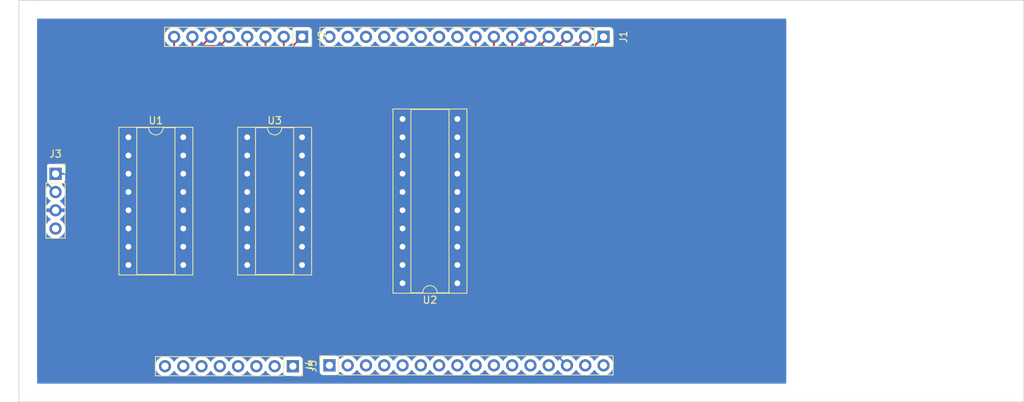
<source format=kicad_pcb>
(kicad_pcb (version 20211014) (generator pcbnew)
  (layers (0 "F.Cu" signal) (1 "In1.Cu" signal) (2 "In2.Cu" signal) (31 "B.Cu" signal) (34 "B.Paste" user) (35 "F.Paste" user) (36 "B.SilkS" user "B.Silkscreen") (37 "F.SilkS" user "F.Silkscreen") (38 "B.Mask" user) (39 "F.Mask" user) (44 "Edge.Cuts" user))
  (net 0 "")
  (net 1 "D0")
  (net 2 "A0")
  (net 3 "A1")
  (net 4 "A2")
  (net 5 "A3")
  (net 6 "A4")
  (net 7 "A5")
  (net 8 "A6")
  (net 9 "A7")
  (net 10 "A8")
  (net 11 "A9")
  (net 12 "A10")
  (net 13 "A11")
  (net 14 "A12")
  (net 15 "A13")
  (net 16 "A14")
  (net 17 "A15")
  (net 18 "~{CO}")
  (net 19 "CLK")
  (net 20 "GND")
  (net 21 "+5V")
  (net 22 "D1")
  (net 23 "D2")
  (net 24 "D3")
  (net 25 "D4")
  (net 26 "D5")
  (net 27 "D6")
  (net 28 "D7")
  (net 29 "RST")
  (net 30 "/X")
  (net 31 "/OI")
  (net 32 "/MW")
  (net 33 "/HLT")
  (net 34 "/CLR")
  (net 35 "/~{II}")
  (net 36 "/Im")
  (net 37 "/ΣO")
  (net 38 "/~{ΣI}")
  (net 39 "/RO")
  (net 40 "/RI")
  (net 41 "/~{MO}")
  (net 42 "/MI")
  (net 43 "/CE")
  (net 44 "/~{CI}")
  (net 45 "~{CIL}")
  (net 46 "Net-(U1-Pad10)")
  (net 47 "Net-(U1-Pad11)")
  (net 48 "Net-(U1-Pad12)")
  (net 49 "Net-(U1-Pad13)")
  (net 50 "Net-(U1-Pad14)")
  (net 52 "Net-(U2-Pad11)")
  (net 53 "Net-(U2-Pad12)")
  (net 54 "Net-(U2-Pad13)")
  (net 55 "Net-(U2-Pad14)")
  (footprint "Connector_PinSocket_2.54mm:PinSocket_1x04_P2.54mm_Vertical" (layer "F.Cu") (at 67.335 72.4)
    (fp_text reference "J3" (at 0 -2.77) (layer "F.SilkS"))
    (fp_text value "Conn_01x03_Female")
    (fp_line (start 1.33 -1.33) (end 1.33 0) (layer "F.SilkS") (width 0.12))
    (fp_line (start -1.33 1.27) (end 1.33 1.27) (layer "F.SilkS") (width 0.12))
    (fp_line (start 0 -1.33) (end 1.33 -1.33) (layer "F.SilkS") (width 0.12))
    (fp_line (start -1.33 8.95) (end 1.33 8.95) (layer "F.SilkS") (width 0.12))
    (fp_line (start -1.33 1.27) (end -1.33 8.95) (layer "F.SilkS") (width 0.12))
    (fp_line (start 1.33 1.27) (end 1.33 8.95) (layer "F.SilkS") (width 0.12))
    (pad "1" thru_hole rect (at 0 0) (size 1.7 1.7) (drill 1) (layers *.Cu *.Mask) (net 19 "CLK"))
    (pad "2" thru_hole oval (at 0 2.54) (size 1.7 1.7) (drill 1) (layers *.Cu *.Mask) (net 29 "RST"))
    (pad "3" thru_hole oval (at 0 5.08) (size 1.7 1.7) (drill 1) (layers *.Cu *.Mask) (net 20 "GND"))
    (pad "4" thru_hole oval (at 0 7.62) (size 1.7 1.7) (drill 1) (layers *.Cu *.Mask) (net 21 "+5V"))
  )
  (footprint "Connector_PinSocket_2.54mm:PinSocket_1x08_P2.54mm_Vertical" (layer "F.Cu") (at 100.33 99.18 -90)
    (fp_text reference "J5" (at 0 -2.77 90) (layer "F.SilkS"))
    (fp_text value "INST_REG")
    (fp_line (start -1.33 1.27) (end -1.33 19.11) (layer "F.SilkS") (width 0.12))
    (fp_line (start -1.33 1.27) (end 1.33 1.27) (layer "F.SilkS") (width 0.12))
    (fp_line (start -1.33 19.11) (end 1.33 19.11) (layer "F.SilkS") (width 0.12))
    (fp_line (start 1.33 -1.33) (end 1.33 0) (layer "F.SilkS") (width 0.12))
    (fp_line (start 0 -1.33) (end 1.33 -1.33) (layer "F.SilkS") (width 0.12))
    (fp_line (start 1.33 1.27) (end 1.33 19.11) (layer "F.SilkS") (width 0.12))
    (pad "1" thru_hole rect (at 0 0 270) (size 1.7 1.7) (drill 1) (layers *.Mask "F.Cu" "In1.Cu" "In2.Cu" "B.Cu"))
    (pad "2" thru_hole oval (at 0 2.54 270) (size 1.7 1.7) (drill 1) (layers *.Mask "F.Cu" "In1.Cu" "In2.Cu" "B.Cu"))
    (pad "3" thru_hole oval (at 0 5.08 270) (size 1.7 1.7) (drill 1) (layers *.Mask "F.Cu" "In1.Cu" "In2.Cu" "B.Cu"))
    (pad "4" thru_hole oval (at 0 7.62 270) (size 1.7 1.7) (drill 1) (layers *.Mask "F.Cu" "In1.Cu" "In2.Cu" "B.Cu"))
    (pad "5" thru_hole oval (at 0 10.16 270) (size 1.7 1.7) (drill 1) (layers *.Mask "F.Cu" "In1.Cu" "In2.Cu" "B.Cu"))
    (pad "6" thru_hole oval (at 0 12.7 270) (size 1.7 1.7) (drill 1) (layers *.Mask "F.Cu" "In1.Cu" "In2.Cu" "B.Cu"))
    (pad "7" thru_hole oval (at 0 15.24 270) (size 1.7 1.7) (drill 1) (layers *.Mask "F.Cu" "In1.Cu" "In2.Cu" "B.Cu"))
    (pad "8" thru_hole oval (at 0 17.78 270) (size 1.7 1.7) (drill 1) (layers *.Mask "F.Cu" "In1.Cu" "In2.Cu" "B.Cu"))
  )
  (footprint "Connector_PinSocket_2.54mm:PinSocket_1x16_P2.54mm_Vertical" (layer "F.Cu") (at 143.51 53.34 -90)
    (fp_text reference "J1" (at 0 -2.77 90) (layer "F.SilkS"))
    (fp_text value "ADDR_BUS")
    (fp_line (start -1.33 1.27) (end 1.33 1.27) (layer "F.SilkS") (width 0.12))
    (fp_line (start 1.33 1.27) (end 1.33 39.43) (layer "F.SilkS") (width 0.12))
    (fp_line (start -1.33 39.43) (end 1.33 39.43) (layer "F.SilkS") (width 0.12))
    (fp_line (start 1.33 -1.33) (end 1.33 0) (layer "F.SilkS") (width 0.12))
    (fp_line (start 0 -1.33) (end 1.33 -1.33) (layer "F.SilkS") (width 0.12))
    (fp_line (start -1.33 1.27) (end -1.33 39.43) (layer "F.SilkS") (width 0.12))
    (pad "1" thru_hole rect (at 0 0 270) (size 1.7 1.7) (drill 1) (layers *.Mask "F.Cu" "In1.Cu" "In2.Cu" "B.Cu") (net 2 "A0"))
    (pad "2" thru_hole oval (at 0 2.54 270) (size 1.7 1.7) (drill 1) (layers *.Mask "F.Cu" "In1.Cu" "In2.Cu" "B.Cu") (net 3 "A1"))
    (pad "3" thru_hole oval (at 0 5.08 270) (size 1.7 1.7) (drill 1) (layers *.Mask "F.Cu" "In1.Cu" "In2.Cu" "B.Cu") (net 4 "A2"))
    (pad "4" thru_hole oval (at 0 7.62 270) (size 1.7 1.7) (drill 1) (layers *.Mask "F.Cu" "In1.Cu" "In2.Cu" "B.Cu") (net 5 "A3"))
    (pad "5" thru_hole oval (at 0 10.16 270) (size 1.7 1.7) (drill 1) (layers *.Mask "F.Cu" "In1.Cu" "In2.Cu" "B.Cu") (net 6 "A4"))
    (pad "6" thru_hole oval (at 0 12.7 270) (size 1.7 1.7) (drill 1) (layers *.Mask "F.Cu" "In1.Cu" "In2.Cu" "B.Cu") (net 7 "A5"))
    (pad "7" thru_hole oval (at 0 15.24 270) (size 1.7 1.7) (drill 1) (layers *.Mask "F.Cu" "In1.Cu" "In2.Cu" "B.Cu") (net 8 "A6"))
    (pad "8" thru_hole oval (at 0 17.78 270) (size 1.7 1.7) (drill 1) (layers *.Mask "F.Cu" "In1.Cu" "In2.Cu" "B.Cu") (net 9 "A7"))
    (pad "9" thru_hole oval (at 0 20.32 270) (size 1.7 1.7) (drill 1) (layers *.Mask "F.Cu" "In1.Cu" "In2.Cu" "B.Cu") (net 10 "A8"))
    (pad "10" thru_hole oval (at 0 22.86 270) (size 1.7 1.7) (drill 1) (layers *.Mask "F.Cu" "In1.Cu" "In2.Cu" "B.Cu") (net 11 "A9"))
    (pad "11" thru_hole oval (at 0 25.4 270) (size 1.7 1.7) (drill 1) (layers *.Mask "F.Cu" "In1.Cu" "In2.Cu" "B.Cu") (net 12 "A10"))
    (pad "12" thru_hole oval (at 0 27.94 270) (size 1.7 1.7) (drill 1) (layers *.Mask "F.Cu" "In1.Cu" "In2.Cu" "B.Cu") (net 13 "A11"))
    (pad "13" thru_hole oval (at 0 30.48 270) (size 1.7 1.7) (drill 1) (layers *.Mask "F.Cu" "In1.Cu" "In2.Cu" "B.Cu") (net 14 "A12"))
    (pad "14" thru_hole oval (at 0 33.02 270) (size 1.7 1.7) (drill 1) (layers *.Mask "F.Cu" "In1.Cu" "In2.Cu" "B.Cu") (net 15 "A13"))
    (pad "15" thru_hole oval (at 0 35.56 270) (size 1.7 1.7) (drill 1) (layers *.Mask "F.Cu" "In1.Cu" "In2.Cu" "B.Cu") (net 16 "A14"))
    (pad "16" thru_hole oval (at 0 38.1 270) (size 1.7 1.7) (drill 1) (layers *.Mask "F.Cu" "In1.Cu" "In2.Cu" "B.Cu") (net 17 "A15"))
  )
  (footprint "Package_DIP:DIP-16_W7.62mm_Socket" (layer "F.Cu") (at 93.98 67.31)
    (fp_text reference "U3" (at 3.81 -2.33) (layer "F.SilkS"))
    (fp_text value "74HC161")
    (fp_line (start 8.95 19.17) (end 8.95 -1.39) (layer "F.SilkS") (width 0.12))
    (fp_line (start -1.33 19.17) (end 8.95 19.17) (layer "F.SilkS") (width 0.12))
    (fp_line (start 6.46 19.11) (end 6.46 -1.33) (layer "F.SilkS") (width 0.12))
    (fp_line (start 1.16 19.11) (end 6.46 19.11) (layer "F.SilkS") (width 0.12))
    (fp_line (start -1.33 -1.39) (end -1.33 19.17) (layer "F.SilkS") (width 0.12))
    (fp_line (start 8.95 -1.39) (end -1.33 -1.39) (layer "F.SilkS") (width 0.12))
    (fp_line (start 1.16 -1.33) (end 1.16 19.11) (layer "F.SilkS") (width 0.12))
    (fp_line (start 2.81 -1.33) (end 1.16 -1.33) (layer "F.SilkS") (width 0.12))
    (fp_line (start 6.46 -1.33) (end 4.81 -1.33) (layer "F.SilkS") (width 0.12))
    (fp_arc (start 4.81 -1.33) (mid 3.81 -0.33) (end 2.81 -1.33) (layer "F.SilkS") (width 0.12))
    (pad "1" thru_hole rect (at 0 0) (size 1.6 1.6) (drill 0.8) (layers *.Cu *.Mask) (net 29 "RST"))
    (pad "2" thru_hole oval (at 0 2.54) (size 1.6 1.6) (drill 0.8) (layers *.Cu *.Mask) (net 19 "CLK"))
    (pad "3" thru_hole oval (at 0 5.08) (size 1.6 1.6) (drill 0.8) (layers *.Cu *.Mask) (net 1 "D0"))
    (pad "4" thru_hole oval (at 0 7.62) (size 1.6 1.6) (drill 0.8) (layers *.Cu *.Mask) (net 22 "D1"))
    (pad "5" thru_hole oval (at 0 10.16) (size 1.6 1.6) (drill 0.8) (layers *.Cu *.Mask) (net 23 "D2"))
    (pad "6" thru_hole oval (at 0 12.7) (size 1.6 1.6) (drill 0.8) (layers *.Cu *.Mask) (net 24 "D3"))
    (pad "7" thru_hole oval (at 0 15.24) (size 1.6 1.6) (drill 0.8) (layers *.Cu *.Mask) (net 21 "+5V"))
    (pad "8" thru_hole oval (at 0 17.78) (size 1.6 1.6) (drill 0.8) (layers *.Cu *.Mask) (net 20 "GND"))
    (pad "9" thru_hole oval (at 7.62 17.78) (size 1.6 1.6) (drill 0.8) (layers *.Cu *.Mask) (net 45 "~{CIL}"))
    (pad "10" thru_hole oval (at 7.62 15.24) (size 1.6 1.6) (drill 0.8) (layers *.Cu *.Mask) (net 21 "+5V"))
    (pad "11" thru_hole oval (at 7.62 12.7) (size 1.6 1.6) (drill 0.8) (layers *.Cu *.Mask) (net 55 "Net-(U2-Pad14)"))
    (pad "12" thru_hole oval (at 7.62 10.16) (size 1.6 1.6) (drill 0.8) (layers *.Cu *.Mask) (net 54 "Net-(U2-Pad13)"))
    (pad "13" thru_hole oval (at 7.62 7.62) (size 1.6 1.6) (drill 0.8) (layers *.Cu *.Mask) (net 53 "Net-(U2-Pad12)"))
    (pad "14" thru_hole oval (at 7.62 5.08) (size 1.6 1.6) (drill 0.8) (layers *.Cu *.Mask) (net 52 "Net-(U2-Pad11)"))
    (pad "15" thru_hole oval (at 7.62 2.54) (size 1.6 1.6) (drill 0.8) (layers *.Cu *.Mask) (net 46 "Net-(U1-Pad10)"))
    (pad "16" thru_hole oval (at 7.62 0) (size 1.6 1.6) (drill 0.8) (layers *.Cu *.Mask) (net 21 "+5V"))
  )
  (footprint "Package_DIP:DIP-20_W7.62mm_Socket" (layer "F.Cu") (at 123.19 87.63 180)
    (fp_text reference "U2" (at 3.81 -2.33) (layer "F.SilkS"))
    (fp_text value "74HC245")
    (fp_line (start 6.46 24.19) (end 6.46 -1.33) (layer "F.SilkS") (width 0.12))
    (fp_line (start -1.33 24.25) (end 8.95 24.25) (layer "F.SilkS") (width 0.12))
    (fp_line (start 1.16 -1.33) (end 1.16 24.19) (layer "F.SilkS") (width 0.12))
    (fp_line (start 2.81 -1.33) (end 1.16 -1.33) (layer "F.SilkS") (width 0.12))
    (fp_line (start 8.95 24.25) (end 8.95 -1.39) (layer "F.SilkS") (width 0.12))
    (fp_line (start 1.16 24.19) (end 6.46 24.19) (layer "F.SilkS") (width 0.12))
    (fp_line (start 6.46 -1.33) (end 4.81 -1.33) (layer "F.SilkS") (width 0.12))
    (fp_line (start -1.33 -1.39) (end -1.33 24.25) (layer "F.SilkS") (width 0.12))
    (fp_line (start 8.95 -1.39) (end -1.33 -1.39) (layer "F.SilkS") (width 0.12))
    (fp_arc (start 4.81 -1.33) (mid 3.81 -0.33) (end 2.81 -1.33) (layer "F.SilkS") (width 0.12))
    (pad "1" thru_hole rect (at 0 0 180) (size 1.6 1.6) (drill 0.8) (layers *.Cu *.Mask) (net 20 "GND"))
    (pad "2" thru_hole oval (at 0 2.54 180) (size 1.6 1.6) (drill 0.8) (layers *.Cu *.Mask) (net 9 "A7"))
    (pad "3" thru_hole oval (at 0 5.08 180) (size 1.6 1.6) (drill 0.8) (layers *.Cu *.Mask) (net 8 "A6"))
    (pad "4" thru_hole oval (at 0 7.62 180) (size 1.6 1.6) (drill 0.8) (layers *.Cu *.Mask) (net 7 "A5"))
    (pad "5" thru_hole oval (at 0 10.16 180) (size 1.6 1.6) (drill 0.8) (layers *.Cu *.Mask) (net 6 "A4"))
    (pad "6" thru_hole oval (at 0 12.7 180) (size 1.6 1.6) (drill 0.8) (layers *.Cu *.Mask) (net 5 "A3"))
    (pad "7" thru_hole oval (at 0 15.24 180) (size 1.6 1.6) (drill 0.8) (layers *.Cu *.Mask) (net 4 "A2"))
    (pad "8" thru_hole oval (at 0 17.78 180) (size 1.6 1.6) (drill 0.8) (layers *.Cu *.Mask) (net 3 "A1"))
    (pad "9" thru_hole oval (at 0 20.32 180) (size 1.6 1.6) (drill 0.8) (layers *.Cu *.Mask) (net 2 "A0"))
    (pad "10" thru_hole oval (at 0 22.86 180) (size 1.6 1.6) (drill 0.8) (layers *.Cu *.Mask) (net 20 "GND"))
    (pad "11" thru_hole oval (at 7.62 22.86 180) (size 1.6 1.6) (drill 0.8) (layers *.Cu *.Mask) (net 52 "Net-(U2-Pad11)"))
    (pad "12" thru_hole oval (at 7.62 20.32 180) (size 1.6 1.6) (drill 0.8) (layers *.Cu *.Mask) (net 53 "Net-(U2-Pad12)"))
    (pad "13" thru_hole oval (at 7.62 17.78 180) (size 1.6 1.6) (drill 0.8) (layers *.Cu *.Mask) (net 54 "Net-(U2-Pad13)"))
    (pad "14" thru_hole oval (at 7.62 15.24 180) (size 1.6 1.6) (drill 0.8) (layers *.Cu *.Mask) (net 55 "Net-(U2-Pad14)"))
    (pad "15" thru_hole oval (at 7.62 12.7 180) (size 1.6 1.6) (drill 0.8) (layers *.Cu *.Mask) (net 50 "Net-(U1-Pad14)"))
    (pad "16" thru_hole oval (at 7.62 10.16 180) (size 1.6 1.6) (drill 0.8) (layers *.Cu *.Mask) (net 49 "Net-(U1-Pad13)"))
    (pad "17" thru_hole oval (at 7.62 7.62 180) (size 1.6 1.6) (drill 0.8) (layers *.Cu *.Mask) (net 48 "Net-(U1-Pad12)"))
    (pad "18" thru_hole oval (at 7.62 5.08 180) (size 1.6 1.6) (drill 0.8) (layers *.Cu *.Mask) (net 47 "Net-(U1-Pad11)"))
    (pad "19" thru_hole oval (at 7.62 2.54 180) (size 1.6 1.6) (drill 0.8) (layers *.Cu *.Mask) (net 18 "~{CO}"))
    (pad "20" thru_hole oval (at 7.62 0 180) (size 1.6 1.6) (drill 0.8) (layers *.Cu *.Mask) (net 21 "+5V"))
  )
  (footprint "Package_DIP:DIP-16_W7.62mm_Socket" (layer "F.Cu") (at 77.47 67.31)
    (fp_text reference "U1" (at 3.81 -2.33) (layer "F.SilkS"))
    (fp_text value "74HC161")
    (fp_line (start 6.46 -1.33) (end 4.81 -1.33) (layer "F.SilkS") (width 0.12))
    (fp_line (start 8.95 19.17) (end 8.95 -1.39) (layer "F.SilkS") (width 0.12))
    (fp_line (start 8.95 -1.39) (end -1.33 -1.39) (layer "F.SilkS") (width 0.12))
    (fp_line (start 1.16 19.11) (end 6.46 19.11) (layer "F.SilkS") (width 0.12))
    (fp_line (start -1.33 19.17) (end 8.95 19.17) (layer "F.SilkS") (width 0.12))
    (fp_line (start 6.46 19.11) (end 6.46 -1.33) (layer "F.SilkS") (width 0.12))
    (fp_line (start 2.81 -1.33) (end 1.16 -1.33) (layer "F.SilkS") (width 0.12))
    (fp_line (start -1.33 -1.39) (end -1.33 19.17) (layer "F.SilkS") (width 0.12))
    (fp_line (start 1.16 -1.33) (end 1.16 19.11) (layer "F.SilkS") (width 0.12))
    (fp_arc (start 4.81 -1.33) (mid 3.81 -0.33) (end 2.81 -1.33) (layer "F.SilkS") (width 0.12))
    (pad "1" thru_hole rect (at 0 0) (size 1.6 1.6) (drill 0.8) (layers *.Cu *.Mask) (net 29 "RST"))
    (pad "2" thru_hole oval (at 0 2.54) (size 1.6 1.6) (drill 0.8) (layers *.Cu *.Mask) (net 19 "CLK"))
    (pad "3" thru_hole oval (at 0 5.08) (size 1.6 1.6) (drill 0.8) (layers *.Cu *.Mask) (net 25 "D4"))
    (pad "4" thru_hole oval (at 0 7.62) (size 1.6 1.6) (drill 0.8) (layers *.Cu *.Mask) (net 26 "D5"))
    (pad "5" thru_hole oval (at 0 10.16) (size 1.6 1.6) (drill 0.8) (layers *.Cu *.Mask) (net 27 "D6"))
    (pad "6" thru_hole oval (at 0 12.7) (size 1.6 1.6) (drill 0.8) (layers *.Cu *.Mask) (net 28 "D7"))
    (pad "7" thru_hole oval (at 0 15.24) (size 1.6 1.6) (drill 0.8) (layers *.Cu *.Mask) (net 21 "+5V"))
    (pad "8" thru_hole oval (at 0 17.78) (size 1.6 1.6) (drill 0.8) (layers *.Cu *.Mask) (net 20 "GND"))
    (pad "9" thru_hole oval (at 7.62 17.78) (size 1.6 1.6) (drill 0.8) (layers *.Cu *.Mask) (net 45 "~{CIL}"))
    (pad "10" thru_hole oval (at 7.62 15.24) (size 1.6 1.6) (drill 0.8) (layers *.Cu *.Mask) (net 46 "Net-(U1-Pad10)"))
    (pad "11" thru_hole oval (at 7.62 12.7) (size 1.6 1.6) (drill 0.8) (layers *.Cu *.Mask) (net 47 "Net-(U1-Pad11)"))
    (pad "12" thru_hole oval (at 7.62 10.16) (size 1.6 1.6) (drill 0.8) (layers *.Cu *.Mask) (net 48 "Net-(U1-Pad12)"))
    (pad "13" thru_hole oval (at 7.62 7.62) (size 1.6 1.6) (drill 0.8) (layers *.Cu *.Mask) (net 49 "Net-(U1-Pad13)"))
    (pad "14" thru_hole oval (at 7.62 5.08) (size 1.6 1.6) (drill 0.8) (layers *.Cu *.Mask) (net 50 "Net-(U1-Pad14)"))
    (pad "15" thru_hole oval (at 7.62 2.54) (size 1.6 1.6) (drill 0.8) (layers *.Cu *.Mask))
    (pad "16" thru_hole oval (at 7.62 0) (size 1.6 1.6) (drill 0.8) (layers *.Cu *.Mask) (net 21 "+5V"))
  )
  (footprint "Connector_PinSocket_2.54mm:PinSocket_1x08_P2.54mm_Vertical" (layer "F.Cu") (at 101.6 53.34 -90)
    (fp_text reference "J2" (at 0 -2.77 90) (layer "F.SilkS"))
    (fp_text value "DATA_BUS")
    (fp_line (start -1.33 1.27) (end 1.33 1.27) (layer "F.SilkS") (width 0.12))
    (fp_line (start -1.33 19.11) (end 1.33 19.11) (layer "F.SilkS") (width 0.12))
    (fp_line (start -1.33 1.27) (end -1.33 19.11) (layer "F.SilkS") (width 0.12))
    (fp_line (start 0 -1.33) (end 1.33 -1.33) (layer "F.SilkS") (width 0.12))
    (fp_line (start 1.33 -1.33) (end 1.33 0) (layer "F.SilkS") (width 0.12))
    (fp_line (start 1.33 1.27) (end 1.33 19.11) (layer "F.SilkS") (width 0.12))
    (pad "1" thru_hole rect (at 0 0 270) (size 1.7 1.7) (drill 1) (layers *.Cu *.Mask) (net 1 "D0"))
    (pad "2" thru_hole oval (at 0 2.54 270) (size 1.7 1.7) (drill 1) (layers *.Cu *.Mask) (net 22 "D1"))
    (pad "3" thru_hole oval (at 0 5.08 270) (size 1.7 1.7) (drill 1) (layers *.Cu *.Mask) (net 23 "D2"))
    (pad "4" thru_hole oval (at 0 7.62 270) (size 1.7 1.7) (drill 1) (layers *.Cu *.Mask) (net 24 "D3"))
    (pad "5" thru_hole oval (at 0 10.16 270) (size 1.7 1.7) (drill 1) (layers *.Cu *.Mask) (net 25 "D4"))
    (pad "6" thru_hole oval (at 0 12.7 270) (size 1.7 1.7) (drill 1) (layers *.Cu *.Mask) (net 26 "D5"))
    (pad "7" thru_hole oval (at 0 15.24 270) (size 1.7 1.7) (drill 1) (layers *.Cu *.Mask) (net 27 "D6"))
    (pad "8" thru_hole oval (at 0 17.78 270) (size 1.7 1.7) (drill 1) (layers *.Cu *.Mask) (net 28 "D7"))
  )
  (footprint "Connector_PinSocket_2.54mm:PinSocket_1x16_P2.54mm_Vertical" (layer "F.Cu") (at 105.41 99.06 90)
    (fp_text reference "J4" (at 0 -2.77 90) (layer "F.SilkS"))
    (fp_text value "CTRL_BUS")
    (fp_line (start -1.33 1.27) (end 1.33 1.27) (layer "F.SilkS") (width 0.12))
    (fp_line (start 0 -1.33) (end 1.33 -1.33) (layer "F.SilkS") (width 0.12))
    (fp_line (start -1.33 39.43) (end 1.33 39.43) (layer "F.SilkS") (width 0.12))
    (fp_line (start -1.33 1.27) (end -1.33 39.43) (layer "F.SilkS") (width 0.12))
    (fp_line (start 1.33 1.27) (end 1.33 39.43) (layer "F.SilkS") (width 0.12))
    (fp_line (start 1.33 -1.33) (end 1.33 0) (layer "F.SilkS") (width 0.12))
    (pad "1" thru_hole rect (at 0 0 90) (size 1.7 1.7) (drill 1) (layers *.Cu *.Mask) (net 30 "/X"))
    (pad "2" thru_hole oval (at 0 2.54 90) (size 1.7 1.7) (drill 1) (layers *.Cu *.Mask) (net 31 "/OI"))
    (pad "3" thru_hole oval (at 0 5.08 90) (size 1.7 1.7) (drill 1) (layers *.Cu *.Mask) (net 32 "/MW"))
    (pad "4" thru_hole oval (at 0 7.62 90) (size 1.7 1.7) (drill 1) (layers *.Cu *.Mask) (net 33 "/HLT"))
    (pad "5" thru_hole oval (at 0 10.16 90) (size 1.7 1.7) (drill 1) (layers *.Cu *.Mask) (net 34 "/CLR"))
    (pad "6" thru_hole oval (at 0 12.7 90) (size 1.7 1.7) (drill 1) (layers *.Cu *.Mask) (net 35 "/~{II}"))
    (pad "7" thru_hole oval (at 0 15.24 90) (size 1.7 1.7) (drill 1) (layers *.Cu *.Mask) (net 36 "/Im"))
    (pad "8" thru_hole oval (at 0 17.78 90) (size 1.7 1.7) (drill 1) (layers *.Cu *.Mask) (net 37 "/ΣO"))
    (pad "9" thru_hole oval (at 0 20.32 90) (size 1.7 1.7) (drill 1) (layers *.Cu *.Mask) (net 38 "/~{ΣI}"))
    (pad "10" thru_hole oval (at 0 22.86 90) (size 1.7 1.7) (drill 1) (layers *.Cu *.Mask) (net 39 "/RO"))
    (pad "11" thru_hole oval (at 0 25.4 90) (size 1.7 1.7) (drill 1) (layers *.Cu *.Mask) (net 40 "/RI"))
    (pad "12" thru_hole oval (at 0 27.94 90) (size 1.7 1.7) (drill 1) (layers *.Cu *.Mask) (net 41 "/~{MO}"))
    (pad "13" thru_hole oval (at 0 30.48 90) (size 1.7 1.7) (drill 1) (layers *.Cu *.Mask) (net 42 "/MI"))
    (pad "14" thru_hole oval (at 0 33.02 90) (size 1.7 1.7) (drill 1) (layers *.Cu *.Mask) (net 18 "~{CO}"))
    (pad "15" thru_hole oval (at 0 35.56 90) (size 1.7 1.7) (drill 1) (layers *.Cu *.Mask) (net 43 "/CE"))
    (pad "16" thru_hole oval (at 0 38.1 90) (size 1.7 1.7) (drill 1) (layers *.Cu *.Mask) (net 44 "/~{CI}"))
  )
  (gr_line (start 62.23 104.14) (end 62.23 48.26) (layer "Edge.Cuts") (width 0.1))
  (gr_line (start 64.77 48.26) (end 201.93 48.26) (layer "Edge.Cuts") (width 0.1))
  (gr_line (start 62.23 48.26) (end 64.77 48.26) (layer "Edge.Cuts") (width 0.1))
  (gr_line (start 201.93 48.26) (end 201.93 104.14) (layer "Edge.Cuts") (width 0.1))
  (gr_line (start 201.93 104.14) (end 62.23 104.14) (layer "Edge.Cuts") (width 0.1))
  (segment (start 99.51 55.43) (end 99.51 66.86) (width 0.25) (layer "F.Cu") (net 1))
  (segment (start 101.6 53.34) (end 99.51 55.43) (width 0.25) (layer "F.Cu") (net 1))
  (segment (start 99.51 66.86) (end 93.98 72.39) (width 0.25) (layer "F.Cu") (net 1))
  (segment (start 143.51 53.34) (end 129.54 67.31) (width 0.25) (layer "F.Cu") (net 2))
  (segment (start 129.54 67.31) (end 123.19 67.31) (width 0.25) (layer "F.Cu") (net 2))
  (segment (start 121.92 68.58) (end 123.19 69.85) (width 0.25) (layer "F.Cu") (net 3))
  (segment (start 130.81 63.5) (end 122.869009 63.5) (width 0.25) (layer "F.Cu") (net 3))
  (segment (start 140.97 53.34) (end 130.81 63.5) (width 0.25) (layer "F.Cu") (net 3))
  (segment (start 122.869009 63.5) (end 121.92 64.449009) (width 0.25) (layer "F.Cu") (net 3))
  (segment (start 121.92 64.449009) (end 121.92 68.58) (width 0.25) (layer "F.Cu") (net 3))
  (segment (start 138.43 53.34) (end 128.72 63.05) (width 0.25) (layer "F.Cu") (net 4))
  (segment (start 121.47 63.95) (end 121.47 70.67) (width 0.25) (layer "F.Cu") (net 4))
  (segment (start 122.37 63.05) (end 121.47 63.95) (width 0.25) (layer "F.Cu") (net 4))
  (segment (start 121.47 70.67) (end 123.19 72.39) (width 0.25) (layer "F.Cu") (net 4))
  (segment (start 128.72 63.05) (end 122.37 63.05) (width 0.25) (layer "F.Cu") (net 4))
  (segment (start 135.89 53.34) (end 126.63 62.6) (width 0.25) (layer "F.Cu") (net 5))
  (segment (start 121.02 72.76) (end 123.19 74.93) (width 0.25) (layer "F.Cu") (net 5))
  (segment (start 126.63 62.6) (end 122.183604 62.6) (width 0.25) (layer "F.Cu") (net 5))
  (segment (start 122.183604 62.6) (end 121.02 63.763604) (width 0.25) (layer "F.Cu") (net 5))
  (segment (start 121.02 63.763604) (end 121.02 72.76) (width 0.25) (layer "F.Cu") (net 5))
  (segment (start 121.997208 62.15) (end 120.57 63.577208) (width 0.25) (layer "F.Cu") (net 6))
  (segment (start 120.57 63.577208) (end 120.57 74.85) (width 0.25) (layer "F.Cu") (net 6))
  (segment (start 120.57 74.85) (end 123.19 77.47) (width 0.25) (layer "F.Cu") (net 6))
  (segment (start 133.35 53.34) (end 124.54 62.15) (width 0.25) (layer "F.Cu") (net 6))
  (segment (start 124.54 62.15) (end 121.997208 62.15) (width 0.25) (layer "F.Cu") (net 6))
  (segment (start 120.12 76.94) (end 123.19 80.01) (width 0.25) (layer "F.Cu") (net 7))
  (segment (start 130.81 55.243604) (end 124.353604 61.7) (width 0.25) (layer "F.Cu") (net 7))
  (segment (start 121.810812 61.7) (end 120.12 63.390812) (width 0.25) (layer "F.Cu") (net 7))
  (segment (start 120.12 63.390812) (end 120.12 76.94) (width 0.25) (layer "F.Cu") (net 7))
  (segment (start 124.353604 61.7) (end 121.810812 61.7) (width 0.25) (layer "F.Cu") (net 7))
  (segment (start 130.81 53.34) (end 130.81 55.243604) (width 0.25) (layer "F.Cu") (net 7))
  (segment (start 128.27 57.147208) (end 124.167208 61.25) (width 0.25) (layer "F.Cu") (net 8))
  (segment (start 124.167208 61.25) (end 121.624416 61.25) (width 0.25) (layer "F.Cu") (net 8))
  (segment (start 119.67 63.204416) (end 119.67 79.03) (width 0.25) (layer "F.Cu") (net 8))
  (segment (start 128.27 53.34) (end 128.27 57.147208) (width 0.25) (layer "F.Cu") (net 8))
  (segment (start 119.67 79.03) (end 123.19 82.55) (width 0.25) (layer "F.Cu") (net 8))
  (segment (start 121.624416 61.25) (end 119.67 63.204416) (width 0.25) (layer "F.Cu") (net 8))
  (segment (start 121.597614 60.640406) (end 119.22 63.01802) (width 0.25) (layer "F.Cu") (net 9))
  (segment (start 119.22 63.01802) (end 119.22 81.12) (width 0.25) (layer "F.Cu") (net 9))
  (segment (start 124.140406 60.640406) (end 121.597614 60.640406) (width 0.25) (layer "F.Cu") (net 9))
  (segment (start 125.73 59.050812) (end 124.140406 60.640406) (width 0.25) (layer "F.Cu") (net 9))
  (segment (start 125.73 53.34) (end 125.73 59.050812) (width 0.25) (layer "F.Cu") (net 9))
  (segment (start 119.22 81.12) (end 123.19 85.09) (width 0.25) (layer "F.Cu") (net 9))
  (segment (start 132.08 92.71) (end 114.3 92.71) (width 0.25) (layer "B.Cu") (net 18))
  (segment (start 114.3 92.71) (end 113.03 91.44) (width 0.25) (layer "B.Cu") (net 18))
  (segment (start 113.03 87.63) (end 115.57 85.09) (width 0.25) (layer "B.Cu") (net 18))
  (segment (start 138.43 99.06) (end 132.08 92.71) (width 0.25) (layer "B.Cu") (net 18))
  (segment (start 113.03 91.44) (end 113.03 87.63) (width 0.25) (layer "B.Cu") (net 18))
  (segment (start 73.66 69.85) (end 77.47 69.85) (width 0.25) (layer "B.Cu") (net 19))
  (segment (start 67.335 72.4) (end 71.11 72.4) (width 0.25) (layer "B.Cu") (net 19))
  (segment (start 77.47 69.85) (end 78.595 70.975) (width 0.25) (layer "B.Cu") (net 19))
  (segment (start 71.11 72.4) (end 73.66 69.85) (width 0.25) (layer "B.Cu") (net 19))
  (segment (start 78.595 70.975) (end 92.855 70.975) (width 0.25) (layer "B.Cu") (net 19))
  (segment (start 92.855 70.975) (end 93.98 69.85) (width 0.25) (layer "B.Cu") (net 19))
  (segment (start 99.06 53.34) (end 99.06 59.69) (width 0.25) (layer "F.Cu") (net 22))
  (segment (start 99.06 59.69) (end 92.71 66.04) (width 0.25) (layer "F.Cu") (net 22))
  (segment (start 92.71 73.66) (end 93.98 74.93) (width 0.25) (layer "F.Cu") (net 22))
  (segment (start 92.71 66.04) (end 92.71 73.66) (width 0.25) (layer "F.Cu") (net 22))
  (segment (start 92.26 65.853604) (end 92.26 75.75) (width 0.25) (layer "F.Cu") (net 23))
  (segment (start 96.52 61.593604) (end 92.26 65.853604) (width 0.25) (layer "F.Cu") (net 23))
  (segment (start 92.26 75.75) (end 93.98 77.47) (width 0.25) (layer "F.Cu") (net 23))
  (segment (start 96.52 53.34) (end 96.52 61.593604) (width 0.25) (layer "F.Cu") (net 23))
  (segment (start 93.98 53.34) (end 93.98 63.497208) (width 0.25) (layer "F.Cu") (net 24))
  (segment (start 93.98 63.497208) (end 91.81 65.667208) (width 0.25) (layer "F.Cu") (net 24))
  (segment (start 91.81 77.84) (end 93.98 80.01) (width 0.25) (layer "F.Cu") (net 24))
  (segment (start 91.81 65.667208) (end 91.81 77.84) (width 0.25) (layer "F.Cu") (net 24))
  (segment (start 78.595 71.265) (end 77.47 72.39) (width 0.25) (layer "F.Cu") (net 25))
  (segment (start 78.595 64.281396) (end 78.595 71.265) (width 0.25) (layer "F.Cu") (net 25))
  (segment (start 90.17 54.61) (end 88.266396 54.61) (width 0.25) (layer "F.Cu") (net 25))
  (segment (start 91.44 53.34) (end 90.17 54.61) (width 0.25) (layer "F.Cu") (net 25))
  (segment (start 88.266396 54.61) (end 78.595 64.281396) (width 0.25) (layer "F.Cu") (net 25))
  (segment (start 88.9 53.34) (end 76.2 66.04) (width 0.25) (layer "F.Cu") (net 26))
  (segment (start 76.2 73.66) (end 77.47 74.93) (width 0.25) (layer "F.Cu") (net 26))
  (segment (start 76.2 66.04) (end 76.2 73.66) (width 0.25) (layer "F.Cu") (net 26))
  (segment (start 86.36 55.243604) (end 75.75 65.853604) (width 0.25) (layer "F.Cu") (net 27))
  (segment (start 75.75 75.75) (end 77.47 77.47) (width 0.25) (layer "F.Cu") (net 27))
  (segment (start 75.75 65.853604) (end 75.75 75.75) (width 0.25) (layer "F.Cu") (net 27))
  (segment (start 86.36 53.34) (end 86.36 55.243604) (width 0.25) (layer "F.Cu") (net 27))
  (segment (start 75.3 65.667208) (end 75.3 77.84) (width 0.25) (layer "F.Cu") (net 28))
  (segment (start 75.3 77.84) (end 77.47 80.01) (width 0.25) (layer "F.Cu") (net 28))
  (segment (start 83.82 57.147208) (end 75.3 65.667208) (width 0.25) (layer "F.Cu") (net 28))
  (segment (start 83.82 53.34) (end 83.82 57.147208) (width 0.25) (layer "F.Cu") (net 28))
  (segment (start 66.04 73.645) (end 66.04 71.12) (width 0.25) (layer "B.Cu") (net 29))
  (segment (start 77.47 67.31) (end 78.595 68.435) (width 0.25) (layer "B.Cu") (net 29))
  (segment (start 78.595 68.435) (end 92.855 68.435) (width 0.25) (layer "B.Cu") (net 29))
  (segment (start 92.855 68.435) (end 93.98 67.31) (width 0.25) (layer "B.Cu") (net 29))
  (segment (start 67.335 74.94) (end 66.04 73.645) (width 0.25) (layer "B.Cu") (net 29))
  (segment (start 69.85 67.31) (end 77.47 67.31) (width 0.25) (layer "B.Cu") (net 29))
  (segment (start 66.04 71.12) (end 69.85 67.31) (width 0.25) (layer "B.Cu") (net 29))
  (segment (start 91.44 76.2) (end 95.25 76.2) (width 0.25) (layer "B.Cu") (net 46))
  (segment (start 85.09 82.55) (end 91.44 76.2) (width 0.25) (layer "B.Cu") (net 46))
  (segment (start 95.25 76.2) (end 101.6 69.85) (width 0.25) (layer "B.Cu") (net 46))
  (segment (start 96.52 91.44) (end 106.68 91.44) (width 0.25) (layer "F.Cu") (net 47))
  (segment (start 85.09 80.01) (end 96.52 91.44) (width 0.25) (layer "F.Cu") (net 47))
  (segment (start 106.68 91.44) (end 115.57 82.55) (width 0.25) (layer "F.Cu") (net 47))
  (segment (start 114.3 83.183604) (end 114.3 81.28) (width 0.25) (layer "F.Cu") (net 48))
  (segment (start 85.09 77.47) (end 86.36 78.74) (width 0.25) (layer "F.Cu") (net 48))
  (segment (start 86.36 78.74) (end 86.36 80.643604) (width 0.25) (layer "F.Cu") (net 48))
  (segment (start 106.493604 90.99) (end 114.3 83.183604) (width 0.25) (layer "F.Cu") (net 48))
  (segment (start 86.36 80.643604) (end 96.706396 90.99) (width 0.25) (layer "F.Cu") (net 48))
  (segment (start 114.3 81.28) (end 115.57 80.01) (width 0.25) (layer "F.Cu") (net 48))
  (segment (start 96.706396 90.99) (end 106.493604 90.99) (width 0.25) (layer "F.Cu") (net 48))
  (segment (start 113.663604 81.28) (end 114.3 80.643604) (width 0.25) (layer "F.Cu") (net 49))
  (segment (start 113.663604 83.183604) (end 113.663604 81.28) (width 0.25) (layer "F.Cu") (net 49))
  (segment (start 106.307208 90.54) (end 113.663604 83.183604) (width 0.25) (layer "F.Cu") (net 49))
  (segment (start 86.81 80.457208) (end 96.892792 90.54) (width 0.25) (layer "F.Cu") (net 49))
  (segment (start 114.3 78.74) (end 115.57 77.47) (width 0.25) (layer "F.Cu") (net 49))
  (segment (start 85.09 74.93) (end 86.81 76.65) (width 0.25) (layer "F.Cu") (net 49))
  (segment (start 114.3 80.643604) (end 114.3 78.74) (width 0.25) (layer "F.Cu") (net 49))
  (segment (start 86.81 76.65) (end 86.81 80.457208) (width 0.25) (layer "F.Cu") (net 49))
  (segment (start 96.892792 90.54) (end 106.307208 90.54) (width 0.25) (layer "F.Cu") (net 49))
  (segment (start 113.03 77.47) (end 115.57 74.93) (width 0.25) (layer "F.Cu") (net 50))
  (segment (start 106.120812 90.09) (end 113.03 83.180812) (width 0.25) (layer "F.Cu") (net 50))
  (segment (start 97.079188 90.09) (end 106.120812 90.09) (width 0.25) (layer "F.Cu") (net 50))
  (segment (start 113.03 83.180812) (end 113.03 77.47) (width 0.25) (layer "F.Cu") (net 50))
  (segment (start 87.26 80.270812) (end 97.079188 90.09) (width 0.25) (layer "F.Cu") (net 50))
  (segment (start 87.26 74.56) (end 87.26 80.270812) (width 0.25) (layer "F.Cu") (net 50))
  (segment (start 85.09 72.39) (end 87.26 74.56) (width 0.25) (layer "F.Cu") (net 50))
  (segment (start 101.6 72.39) (end 107.95 72.39) (width 0.25) (layer "F.Cu") (net 52))
  (segment (start 107.95 72.39) (end 115.57 64.77) (width 0.25) (layer "F.Cu") (net 52))
  (segment (start 107.95 74.93) (end 115.57 67.31) (width 0.25) (layer "F.Cu") (net 53))
  (segment (start 101.6 74.93) (end 107.95 74.93) (width 0.25) (layer "F.Cu") (net 53))
  (segment (start 101.6 77.47) (end 107.95 77.47) (width 0.25) (layer "F.Cu") (net 54))
  (segment (start 107.95 77.47) (end 115.57 69.85) (width 0.25) (layer "F.Cu") (net 54))
  (segment (start 107.95 80.01) (end 115.57 72.39) (width 0.25) (layer "F.Cu") (net 55))
  (segment (start 101.6 80.01) (end 107.95 80.01) (width 0.25) (layer "F.Cu") (net 55))
  (zone (net 20) (net_name "GND") (layer "B.Cu") (connect_pads (clearance 0.508)) (min_thickness 0.254) (fill yes (thermal_gap 0.508) (thermal_bridge_width 0.508))
    (polygon (pts (xy 168.91 101.6) (xy 64.77 101.6) (xy 64.77 50.8) (xy 168.91 50.8)))
  )
)
</source>
